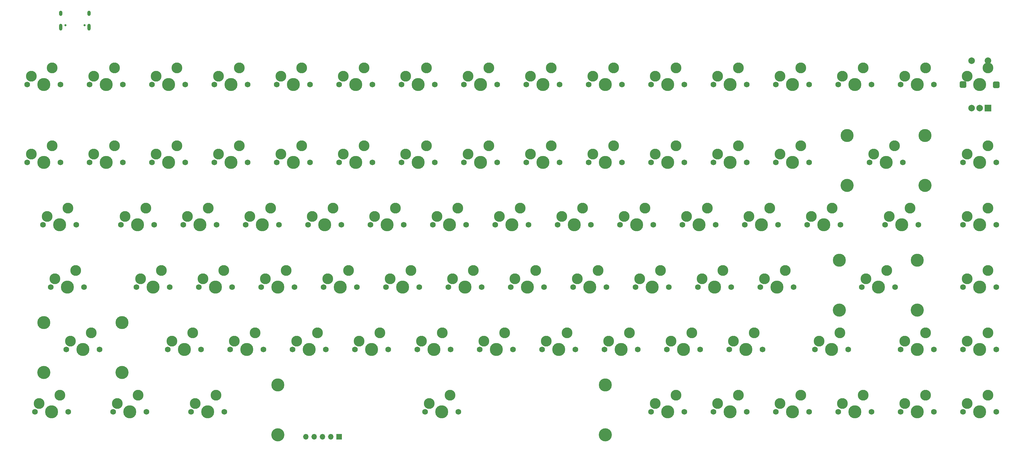
<source format=gbr>
%TF.GenerationSoftware,KiCad,Pcbnew,7.0.6*%
%TF.CreationDate,2023-09-15T09:56:39-04:00*%
%TF.ProjectId,ze-keyboard,7a652d6b-6579-4626-9f61-72642e6b6963,rev?*%
%TF.SameCoordinates,Original*%
%TF.FileFunction,Soldermask,Top*%
%TF.FilePolarity,Negative*%
%FSLAX46Y46*%
G04 Gerber Fmt 4.6, Leading zero omitted, Abs format (unit mm)*
G04 Created by KiCad (PCBNEW 7.0.6) date 2023-09-15 09:56:39*
%MOMM*%
%LPD*%
G01*
G04 APERTURE LIST*
G04 Aperture macros list*
%AMFreePoly0*
4,1,29,-1.000000,0.500000,-0.988573,0.606283,-0.938839,0.739624,-0.853553,0.853553,-0.739624,0.938839,-0.606283,0.988573,-0.500000,1.000000,0.500000,1.000000,0.606283,0.988573,0.739624,0.938839,0.853553,0.853553,0.938839,0.739624,0.988573,0.606283,1.000000,0.500000,1.000000,-0.500000,0.988573,-0.606283,0.938839,-0.739624,0.853553,-0.853553,0.739624,-0.938839,0.606283,-0.988573,
0.500000,-1.000000,-0.500000,-1.000000,-0.606283,-0.988573,-0.739624,-0.938839,-0.853553,-0.853553,-0.938839,-0.739624,-0.988573,-0.606283,-1.000000,-0.500000,-1.000000,0.500000,-1.000000,0.500000,$1*%
G04 Aperture macros list end*
%ADD10C,1.750000*%
%ADD11C,3.987800*%
%ADD12C,3.300000*%
%ADD13C,4.000000*%
%ADD14C,0.650000*%
%ADD15O,1.000000X1.600000*%
%ADD16O,1.000000X2.100000*%
%ADD17R,2.000000X2.000000*%
%ADD18C,2.000000*%
%ADD19FreePoly0,90.000000*%
%ADD20R,1.700000X1.700000*%
%ADD21O,1.700000X1.700000*%
G04 APERTURE END LIST*
D10*
%TO.C,MX42*%
X283705000Y-85912500D03*
D11*
X278625000Y-85912500D03*
D10*
X273545000Y-85912500D03*
D12*
X274815000Y-83372500D03*
X281165000Y-80832500D03*
%TD*%
D10*
%TO.C,MX20*%
X140830000Y-66862500D03*
D11*
X135750000Y-66862500D03*
D10*
X130670000Y-66862500D03*
D12*
X131940000Y-64322500D03*
X138290000Y-61782500D03*
%TD*%
D10*
%TO.C,MX51*%
X174167500Y-104962500D03*
D11*
X169087500Y-104962500D03*
D10*
X164007500Y-104962500D03*
D12*
X165277500Y-102422500D03*
X171627500Y-99882500D03*
%TD*%
D10*
%TO.C,MX37*%
X188455000Y-85912500D03*
D11*
X183375000Y-85912500D03*
D10*
X178295000Y-85912500D03*
D12*
X179565000Y-83372500D03*
X185915000Y-80832500D03*
%TD*%
D10*
%TO.C,MX14*%
X331330000Y-43050000D03*
D11*
X326250000Y-43050000D03*
D10*
X321170000Y-43050000D03*
D12*
X322440000Y-40510000D03*
X328790000Y-37970000D03*
%TD*%
D10*
%TO.C,MX44*%
X321805000Y-85912500D03*
D11*
X316725000Y-85912500D03*
D10*
X311645000Y-85912500D03*
D12*
X312915000Y-83372500D03*
X319265000Y-80832500D03*
%TD*%
D10*
%TO.C,MX35*%
X150355000Y-85912500D03*
D11*
X145275000Y-85912500D03*
D10*
X140195000Y-85912500D03*
D12*
X141465000Y-83372500D03*
X147815000Y-80832500D03*
%TD*%
D10*
%TO.C,MX80*%
X293230000Y-143062500D03*
D11*
X288150000Y-143062500D03*
D10*
X283070000Y-143062500D03*
D12*
X284340000Y-140522500D03*
X290690000Y-137982500D03*
%TD*%
D10*
%TO.C,MX71*%
X297992500Y-124012500D03*
D11*
X292912500Y-124012500D03*
D10*
X287832500Y-124012500D03*
D12*
X289102500Y-121472500D03*
X295452500Y-118932500D03*
%TD*%
D10*
%TO.C,MX41*%
X264655000Y-85912500D03*
D11*
X259575000Y-85912500D03*
D10*
X254495000Y-85912500D03*
D12*
X255765000Y-83372500D03*
X262115000Y-80832500D03*
%TD*%
D10*
%TO.C,MX57*%
X288467500Y-104962500D03*
D11*
X283387500Y-104962500D03*
D10*
X278307500Y-104962500D03*
D12*
X279577500Y-102422500D03*
X285927500Y-99882500D03*
%TD*%
D11*
%TO.C,S3*%
X323868750Y-58607500D03*
D13*
X323868750Y-73847500D03*
D11*
X347681250Y-58607500D03*
D13*
X347681250Y-73847500D03*
%TD*%
D10*
%TO.C,MX76*%
X109873750Y-143062500D03*
D11*
X104793750Y-143062500D03*
D10*
X99713750Y-143062500D03*
D12*
X100983750Y-140522500D03*
X107333750Y-137982500D03*
%TD*%
D10*
%TO.C,MX27*%
X274180000Y-66862500D03*
D11*
X269100000Y-66862500D03*
D10*
X264020000Y-66862500D03*
D12*
X265290000Y-64322500D03*
X271640000Y-61782500D03*
%TD*%
D10*
%TO.C,MX81*%
X312280000Y-143062500D03*
D11*
X307200000Y-143062500D03*
D10*
X302120000Y-143062500D03*
D12*
X303390000Y-140522500D03*
X309740000Y-137982500D03*
%TD*%
D10*
%TO.C,MX66*%
X202742500Y-124012500D03*
D11*
X197662500Y-124012500D03*
D10*
X192582500Y-124012500D03*
D12*
X193852500Y-121472500D03*
X200202500Y-118932500D03*
%TD*%
D10*
%TO.C,MX4*%
X140830000Y-43050000D03*
D11*
X135750000Y-43050000D03*
D10*
X130670000Y-43050000D03*
D12*
X131940000Y-40510000D03*
X138290000Y-37970000D03*
%TD*%
D10*
%TO.C,MX64*%
X164642500Y-124012500D03*
D11*
X159562500Y-124012500D03*
D10*
X154482500Y-124012500D03*
D12*
X155752500Y-121472500D03*
X162102500Y-118932500D03*
%TD*%
D10*
%TO.C,MX45*%
X345617500Y-85912500D03*
D11*
X340537500Y-85912500D03*
D10*
X335457500Y-85912500D03*
D12*
X336727500Y-83372500D03*
X343077500Y-80832500D03*
%TD*%
D10*
%TO.C,MX77*%
X133686250Y-143062500D03*
D11*
X128606250Y-143062500D03*
D10*
X123526250Y-143062500D03*
D12*
X124796250Y-140522500D03*
X131146250Y-137982500D03*
%TD*%
D10*
%TO.C,MX22*%
X178930000Y-66862500D03*
D11*
X173850000Y-66862500D03*
D10*
X168770000Y-66862500D03*
D12*
X170040000Y-64322500D03*
X176390000Y-61782500D03*
%TD*%
D10*
%TO.C,MX46*%
X369430000Y-85912500D03*
D11*
X364350000Y-85912500D03*
D10*
X359270000Y-85912500D03*
D12*
X360540000Y-83372500D03*
X366890000Y-80832500D03*
%TD*%
D10*
%TO.C,MX84*%
X369430000Y-143062500D03*
D11*
X364350000Y-143062500D03*
D10*
X359270000Y-143062500D03*
D12*
X360540000Y-140522500D03*
X366890000Y-137982500D03*
%TD*%
D10*
%TO.C,MX23*%
X197980000Y-66862500D03*
D11*
X192900000Y-66862500D03*
D10*
X187820000Y-66862500D03*
D12*
X189090000Y-64322500D03*
X195440000Y-61782500D03*
%TD*%
D10*
%TO.C,MX79*%
X274180000Y-143062500D03*
D11*
X269100000Y-143062500D03*
D10*
X264020000Y-143062500D03*
D12*
X265290000Y-140522500D03*
X271640000Y-137982500D03*
%TD*%
D10*
%TO.C,MX70*%
X278942500Y-124012500D03*
D11*
X273862500Y-124012500D03*
D10*
X268782500Y-124012500D03*
D12*
X270052500Y-121472500D03*
X276402500Y-118932500D03*
%TD*%
D10*
%TO.C,MX17*%
X83680000Y-66862500D03*
D11*
X78600000Y-66862500D03*
D10*
X73520000Y-66862500D03*
D12*
X74790000Y-64322500D03*
X81140000Y-61782500D03*
%TD*%
D10*
%TO.C,MX21*%
X159880000Y-66862500D03*
D11*
X154800000Y-66862500D03*
D10*
X149720000Y-66862500D03*
D12*
X150990000Y-64322500D03*
X157340000Y-61782500D03*
%TD*%
D10*
%TO.C,MX54*%
X231317500Y-104962500D03*
D11*
X226237500Y-104962500D03*
D10*
X221157500Y-104962500D03*
D12*
X222427500Y-102422500D03*
X228777500Y-99882500D03*
%TD*%
D14*
%TO.C,J2*%
X85210000Y-24990000D03*
X90990000Y-24990000D03*
D15*
X83780000Y-21340000D03*
D16*
X83780000Y-25520000D03*
D15*
X92420000Y-21340000D03*
D16*
X92420000Y-25520000D03*
%TD*%
D10*
%TO.C,MX39*%
X226555000Y-85912500D03*
D11*
X221475000Y-85912500D03*
D10*
X216395000Y-85912500D03*
D12*
X217665000Y-83372500D03*
X224015000Y-80832500D03*
%TD*%
D10*
%TO.C,MX6*%
X178930000Y-43050000D03*
D11*
X173850000Y-43050000D03*
D10*
X168770000Y-43050000D03*
D12*
X170040000Y-40510000D03*
X176390000Y-37970000D03*
%TD*%
D10*
%TO.C,MX47*%
X90880000Y-104962500D03*
D11*
X85800000Y-104962500D03*
D10*
X80720000Y-104962500D03*
D12*
X81990000Y-102422500D03*
X88340000Y-99882500D03*
%TD*%
D10*
%TO.C,MX68*%
X240842500Y-124012500D03*
D11*
X235762500Y-124012500D03*
D10*
X230682500Y-124012500D03*
D12*
X231952500Y-121472500D03*
X238302500Y-118932500D03*
%TD*%
D10*
%TO.C,MX83*%
X350380000Y-143062500D03*
D11*
X345300000Y-143062500D03*
D10*
X340220000Y-143062500D03*
D12*
X341490000Y-140522500D03*
X347840000Y-137982500D03*
%TD*%
D10*
%TO.C,MX5*%
X159880000Y-43050000D03*
D11*
X154800000Y-43050000D03*
D10*
X149720000Y-43050000D03*
D12*
X150990000Y-40510000D03*
X157340000Y-37970000D03*
%TD*%
D17*
%TO.C,SW3*%
X366850000Y-50300000D03*
D18*
X361850000Y-50300000D03*
X364350000Y-50300000D03*
D19*
X369430000Y-43120000D03*
X359250000Y-43110000D03*
D18*
X361850000Y-35800000D03*
X366850000Y-35800000D03*
%TD*%
D10*
%TO.C,MX19*%
X121780000Y-66862500D03*
D11*
X116700000Y-66862500D03*
D10*
X111620000Y-66862500D03*
D12*
X112890000Y-64322500D03*
X119240000Y-61782500D03*
%TD*%
D10*
%TO.C,MX82*%
X331330000Y-143062500D03*
D11*
X326250000Y-143062500D03*
D10*
X321170000Y-143062500D03*
D12*
X322440000Y-140522500D03*
X328790000Y-137982500D03*
%TD*%
D11*
%TO.C,S2*%
X321487500Y-96707500D03*
D13*
X321487500Y-111947500D03*
D11*
X345300000Y-96707500D03*
D13*
X345300000Y-111947500D03*
%TD*%
D10*
%TO.C,MX12*%
X293230000Y-43050000D03*
D11*
X288150000Y-43050000D03*
D10*
X283070000Y-43050000D03*
D12*
X284340000Y-40510000D03*
X290690000Y-37970000D03*
%TD*%
D10*
%TO.C,MX8*%
X217030000Y-43050000D03*
D11*
X211950000Y-43050000D03*
D10*
X206870000Y-43050000D03*
D12*
X208140000Y-40510000D03*
X214490000Y-37970000D03*
%TD*%
D10*
%TO.C,MX50*%
X155117500Y-104962500D03*
D11*
X150037500Y-104962500D03*
D10*
X144957500Y-104962500D03*
D12*
X146227500Y-102422500D03*
X152577500Y-99882500D03*
%TD*%
D20*
%TO.C,J1*%
X168775000Y-150700000D03*
D21*
X166235000Y-150700000D03*
X163695000Y-150700000D03*
X161155000Y-150700000D03*
X158615000Y-150700000D03*
%TD*%
D11*
%TO.C,S4*%
X150037500Y-134807500D03*
D13*
X150037500Y-150047500D03*
D11*
X250050000Y-134807500D03*
D13*
X250050000Y-150047500D03*
%TD*%
D10*
%TO.C,MX52*%
X193217500Y-104962500D03*
D11*
X188137500Y-104962500D03*
D10*
X183057500Y-104962500D03*
D12*
X184327500Y-102422500D03*
X190677500Y-99882500D03*
%TD*%
D10*
%TO.C,MX34*%
X131305000Y-85912500D03*
D11*
X126225000Y-85912500D03*
D10*
X121145000Y-85912500D03*
D12*
X122415000Y-83372500D03*
X128765000Y-80832500D03*
%TD*%
D10*
%TO.C,MX62*%
X126542500Y-124012500D03*
D11*
X121462500Y-124012500D03*
D10*
X116382500Y-124012500D03*
D12*
X117652500Y-121472500D03*
X124002500Y-118932500D03*
%TD*%
D10*
%TO.C,MX53*%
X212267500Y-104962500D03*
D11*
X207187500Y-104962500D03*
D10*
X202107500Y-104962500D03*
D12*
X203377500Y-102422500D03*
X209727500Y-99882500D03*
%TD*%
D10*
%TO.C,MX69*%
X259892500Y-124012500D03*
D11*
X254812500Y-124012500D03*
D10*
X249732500Y-124012500D03*
D12*
X251002500Y-121472500D03*
X257352500Y-118932500D03*
%TD*%
D10*
%TO.C,MX49*%
X136067500Y-104962500D03*
D11*
X130987500Y-104962500D03*
D10*
X125907500Y-104962500D03*
D12*
X127177500Y-102422500D03*
X133527500Y-99882500D03*
%TD*%
D10*
%TO.C,MX1*%
X83680000Y-43050000D03*
D11*
X78600000Y-43050000D03*
D10*
X73520000Y-43050000D03*
D12*
X74790000Y-40510000D03*
X81140000Y-37970000D03*
%TD*%
D10*
%TO.C,MX74*%
X369430000Y-124012500D03*
D11*
X364350000Y-124012500D03*
D10*
X359270000Y-124012500D03*
D12*
X360540000Y-121472500D03*
X366890000Y-118932500D03*
%TD*%
D10*
%TO.C,MX72*%
X324186250Y-124012500D03*
D11*
X319106250Y-124012500D03*
D10*
X314026250Y-124012500D03*
D12*
X315296250Y-121472500D03*
X321646250Y-118932500D03*
%TD*%
D10*
%TO.C,MX15*%
X350380000Y-43050000D03*
D11*
X345300000Y-43050000D03*
D10*
X340220000Y-43050000D03*
D12*
X341490000Y-40510000D03*
X347840000Y-37970000D03*
%TD*%
D10*
%TO.C,MX67*%
X221792500Y-124012500D03*
D11*
X216712500Y-124012500D03*
D10*
X211632500Y-124012500D03*
D12*
X212902500Y-121472500D03*
X219252500Y-118932500D03*
%TD*%
D10*
%TO.C,MX63*%
X145592500Y-124012500D03*
D11*
X140512500Y-124012500D03*
D10*
X135432500Y-124012500D03*
D12*
X136702500Y-121472500D03*
X143052500Y-118932500D03*
%TD*%
D10*
%TO.C,MX30*%
X340855000Y-66862500D03*
D11*
X335775000Y-66862500D03*
D10*
X330695000Y-66862500D03*
D12*
X331965000Y-64322500D03*
X338315000Y-61782500D03*
%TD*%
D10*
%TO.C,MX31*%
X369430000Y-66862500D03*
D11*
X364350000Y-66862500D03*
D10*
X359270000Y-66862500D03*
D12*
X360540000Y-64322500D03*
X366890000Y-61782500D03*
%TD*%
D10*
%TO.C,MX43*%
X302755000Y-85912500D03*
D11*
X297675000Y-85912500D03*
D10*
X292595000Y-85912500D03*
D12*
X293865000Y-83372500D03*
X300215000Y-80832500D03*
%TD*%
D10*
%TO.C,MX36*%
X169405000Y-85912500D03*
D11*
X164325000Y-85912500D03*
D10*
X159245000Y-85912500D03*
D12*
X160515000Y-83372500D03*
X166865000Y-80832500D03*
%TD*%
D10*
%TO.C,MX38*%
X207505000Y-85912500D03*
D11*
X202425000Y-85912500D03*
D10*
X197345000Y-85912500D03*
D12*
X198615000Y-83372500D03*
X204965000Y-80832500D03*
%TD*%
D10*
%TO.C,MX11*%
X274180000Y-43050000D03*
D11*
X269100000Y-43050000D03*
D10*
X264020000Y-43050000D03*
D12*
X265290000Y-40510000D03*
X271640000Y-37970000D03*
%TD*%
D10*
%TO.C,MX75*%
X86061250Y-143062500D03*
D11*
X80981250Y-143062500D03*
D10*
X75901250Y-143062500D03*
D12*
X77171250Y-140522500D03*
X83521250Y-137982500D03*
%TD*%
D10*
%TO.C,MX78*%
X205123750Y-143062500D03*
D11*
X200043750Y-143062500D03*
D10*
X194963750Y-143062500D03*
D12*
X196233750Y-140522500D03*
X202583750Y-137982500D03*
%TD*%
D10*
%TO.C,MX2*%
X102730000Y-43050000D03*
D11*
X97650000Y-43050000D03*
D10*
X92570000Y-43050000D03*
D12*
X93840000Y-40510000D03*
X100190000Y-37970000D03*
%TD*%
D10*
%TO.C,MX24*%
X217030000Y-66862500D03*
D11*
X211950000Y-66862500D03*
D10*
X206870000Y-66862500D03*
D12*
X208140000Y-64322500D03*
X214490000Y-61782500D03*
%TD*%
D10*
%TO.C,MX33*%
X112255000Y-85912500D03*
D11*
X107175000Y-85912500D03*
D10*
X102095000Y-85912500D03*
D12*
X103365000Y-83372500D03*
X109715000Y-80832500D03*
%TD*%
D11*
%TO.C,MX16*%
X364350000Y-43050000D03*
D12*
X360540000Y-40510000D03*
X366890000Y-37970000D03*
%TD*%
D10*
%TO.C,MX3*%
X121780000Y-43050000D03*
D11*
X116700000Y-43050000D03*
D10*
X111620000Y-43050000D03*
D12*
X112890000Y-40510000D03*
X119240000Y-37970000D03*
%TD*%
D10*
%TO.C,MX58*%
X307517500Y-104962500D03*
D11*
X302437500Y-104962500D03*
D10*
X297357500Y-104962500D03*
D12*
X298627500Y-102422500D03*
X304977500Y-99882500D03*
%TD*%
D10*
%TO.C,MX56*%
X269417500Y-104962500D03*
D11*
X264337500Y-104962500D03*
D10*
X259257500Y-104962500D03*
D12*
X260527500Y-102422500D03*
X266877500Y-99882500D03*
%TD*%
D11*
%TO.C,S1*%
X78600000Y-115757500D03*
D13*
X78600000Y-130997500D03*
D11*
X102412500Y-115757500D03*
D13*
X102412500Y-130997500D03*
%TD*%
D10*
%TO.C,MX48*%
X117017500Y-104962500D03*
D11*
X111937500Y-104962500D03*
D10*
X106857500Y-104962500D03*
D12*
X108127500Y-102422500D03*
X114477500Y-99882500D03*
%TD*%
D10*
%TO.C,MX10*%
X255130000Y-43050000D03*
D11*
X250050000Y-43050000D03*
D10*
X244970000Y-43050000D03*
D12*
X246240000Y-40510000D03*
X252590000Y-37970000D03*
%TD*%
D10*
%TO.C,MX25*%
X236080000Y-66862500D03*
D11*
X231000000Y-66862500D03*
D10*
X225920000Y-66862500D03*
D12*
X227190000Y-64322500D03*
X233540000Y-61782500D03*
%TD*%
D10*
%TO.C,MX18*%
X102730000Y-66862500D03*
D11*
X97650000Y-66862500D03*
D10*
X92570000Y-66862500D03*
D12*
X93840000Y-64322500D03*
X100190000Y-61782500D03*
%TD*%
D10*
%TO.C,MX13*%
X312280000Y-43050000D03*
D11*
X307200000Y-43050000D03*
D10*
X302120000Y-43050000D03*
D12*
X303390000Y-40510000D03*
X309740000Y-37970000D03*
%TD*%
D10*
%TO.C,MX7*%
X197980000Y-43050000D03*
D11*
X192900000Y-43050000D03*
D10*
X187820000Y-43050000D03*
D12*
X189090000Y-40510000D03*
X195440000Y-37970000D03*
%TD*%
D10*
%TO.C,MX40*%
X245605000Y-85912500D03*
D11*
X240525000Y-85912500D03*
D10*
X235445000Y-85912500D03*
D12*
X236715000Y-83372500D03*
X243065000Y-80832500D03*
%TD*%
D10*
%TO.C,MX26*%
X255130000Y-66862500D03*
D11*
X250050000Y-66862500D03*
D10*
X244970000Y-66862500D03*
D12*
X246240000Y-64322500D03*
X252590000Y-61782500D03*
%TD*%
D10*
%TO.C,MX32*%
X88442500Y-85912500D03*
D11*
X83362500Y-85912500D03*
D10*
X78282500Y-85912500D03*
D12*
X79552500Y-83372500D03*
X85902500Y-80832500D03*
%TD*%
D10*
%TO.C,MX29*%
X312280000Y-66862500D03*
D11*
X307200000Y-66862500D03*
D10*
X302120000Y-66862500D03*
D12*
X303390000Y-64322500D03*
X309740000Y-61782500D03*
%TD*%
D10*
%TO.C,MX9*%
X236080000Y-43050000D03*
D11*
X231000000Y-43050000D03*
D10*
X225920000Y-43050000D03*
D12*
X227190000Y-40510000D03*
X233540000Y-37970000D03*
%TD*%
D10*
%TO.C,MX61*%
X95586250Y-124012500D03*
D11*
X90506250Y-124012500D03*
D10*
X85426250Y-124012500D03*
D12*
X86696250Y-121472500D03*
X93046250Y-118932500D03*
%TD*%
D10*
%TO.C,MX73*%
X350380000Y-124012500D03*
D11*
X345300000Y-124012500D03*
D10*
X340220000Y-124012500D03*
D12*
X341490000Y-121472500D03*
X347840000Y-118932500D03*
%TD*%
D10*
%TO.C,MX65*%
X183692500Y-124012500D03*
D11*
X178612500Y-124012500D03*
D10*
X173532500Y-124012500D03*
D12*
X174802500Y-121472500D03*
X181152500Y-118932500D03*
%TD*%
D10*
%TO.C,MX60*%
X369430000Y-104962500D03*
D11*
X364350000Y-104962500D03*
D10*
X359270000Y-104962500D03*
D12*
X360540000Y-102422500D03*
X366890000Y-99882500D03*
%TD*%
D10*
%TO.C,MX55*%
X250367500Y-104962500D03*
D11*
X245287500Y-104962500D03*
D10*
X240207500Y-104962500D03*
D12*
X241477500Y-102422500D03*
X247827500Y-99882500D03*
%TD*%
D10*
%TO.C,MX59*%
X338473750Y-104962500D03*
D11*
X333393750Y-104962500D03*
D10*
X328313750Y-104962500D03*
D12*
X329583750Y-102422500D03*
X335933750Y-99882500D03*
%TD*%
D10*
%TO.C,MX28*%
X293230000Y-66862500D03*
D11*
X288150000Y-66862500D03*
D10*
X283070000Y-66862500D03*
D12*
X284340000Y-64322500D03*
X290690000Y-61782500D03*
%TD*%
M02*

</source>
